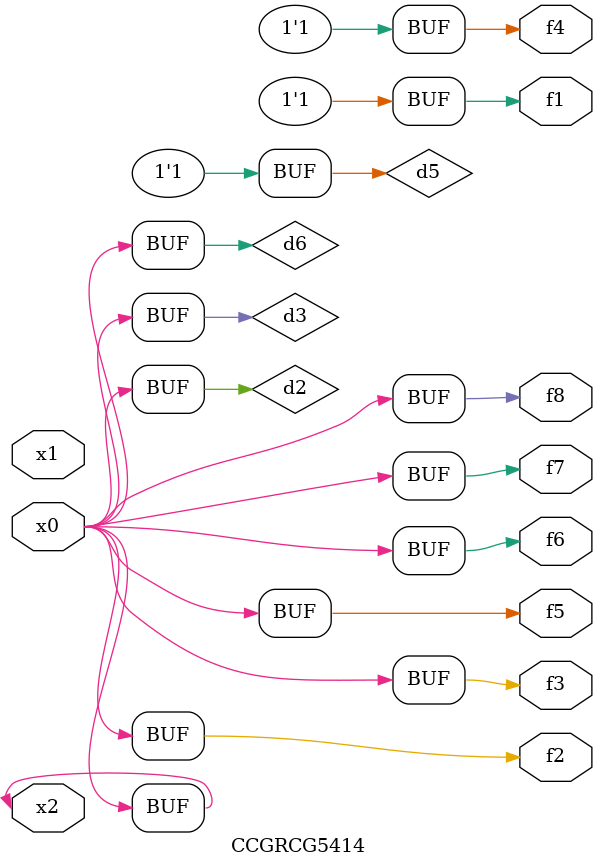
<source format=v>
module CCGRCG5414(
	input x0, x1, x2,
	output f1, f2, f3, f4, f5, f6, f7, f8
);

	wire d1, d2, d3, d4, d5, d6;

	xnor (d1, x2);
	buf (d2, x0, x2);
	and (d3, x0);
	xnor (d4, x1, x2);
	nand (d5, d1, d3);
	buf (d6, d2, d3);
	assign f1 = d5;
	assign f2 = d6;
	assign f3 = d6;
	assign f4 = d5;
	assign f5 = d6;
	assign f6 = d6;
	assign f7 = d6;
	assign f8 = d6;
endmodule

</source>
